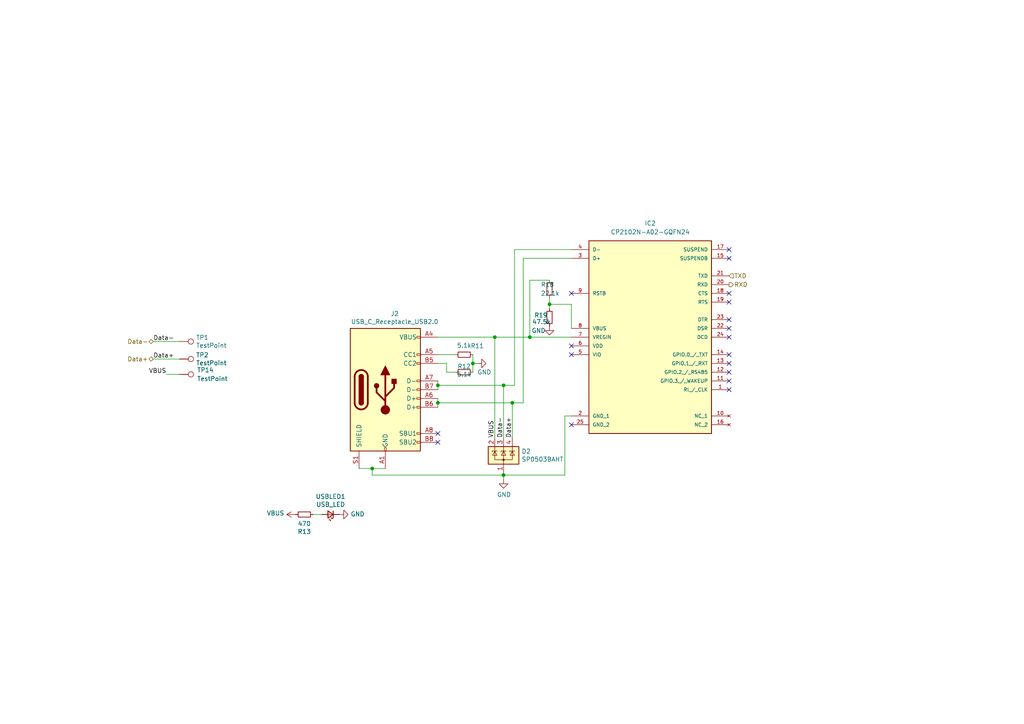
<source format=kicad_sch>
(kicad_sch (version 20230121) (generator eeschema)

  (uuid 922058ca-d09a-45fd-8394-05f3e2c1e03a)

  (paper "A4")

  (lib_symbols
    (symbol "Connector:TestPoint" (pin_numbers hide) (pin_names (offset 0.762) hide) (in_bom yes) (on_board yes)
      (property "Reference" "TP" (at 0 6.858 0)
        (effects (font (size 1.27 1.27)))
      )
      (property "Value" "TestPoint" (at 0 5.08 0)
        (effects (font (size 1.27 1.27)))
      )
      (property "Footprint" "" (at 5.08 0 0)
        (effects (font (size 1.27 1.27)) hide)
      )
      (property "Datasheet" "~" (at 5.08 0 0)
        (effects (font (size 1.27 1.27)) hide)
      )
      (property "ki_keywords" "test point tp" (at 0 0 0)
        (effects (font (size 1.27 1.27)) hide)
      )
      (property "ki_description" "test point" (at 0 0 0)
        (effects (font (size 1.27 1.27)) hide)
      )
      (property "ki_fp_filters" "Pin* Test*" (at 0 0 0)
        (effects (font (size 1.27 1.27)) hide)
      )
      (symbol "TestPoint_0_1"
        (circle (center 0 3.302) (radius 0.762)
          (stroke (width 0) (type default))
          (fill (type none))
        )
      )
      (symbol "TestPoint_1_1"
        (pin passive line (at 0 0 90) (length 2.54)
          (name "1" (effects (font (size 1.27 1.27))))
          (number "1" (effects (font (size 1.27 1.27))))
        )
      )
    )
    (symbol "Connector:USB_C_Receptacle_USB2.0" (pin_names (offset 1.016)) (in_bom yes) (on_board yes)
      (property "Reference" "J" (at -10.16 19.05 0)
        (effects (font (size 1.27 1.27)) (justify left))
      )
      (property "Value" "USB_C_Receptacle_USB2.0" (at 19.05 19.05 0)
        (effects (font (size 1.27 1.27)) (justify right))
      )
      (property "Footprint" "" (at 3.81 0 0)
        (effects (font (size 1.27 1.27)) hide)
      )
      (property "Datasheet" "https://www.usb.org/sites/default/files/documents/usb_type-c.zip" (at 3.81 0 0)
        (effects (font (size 1.27 1.27)) hide)
      )
      (property "ki_keywords" "usb universal serial bus type-C USB2.0" (at 0 0 0)
        (effects (font (size 1.27 1.27)) hide)
      )
      (property "ki_description" "USB 2.0-only Type-C Receptacle connector" (at 0 0 0)
        (effects (font (size 1.27 1.27)) hide)
      )
      (property "ki_fp_filters" "USB*C*Receptacle*" (at 0 0 0)
        (effects (font (size 1.27 1.27)) hide)
      )
      (symbol "USB_C_Receptacle_USB2.0_0_0"
        (rectangle (start -0.254 -17.78) (end 0.254 -16.764)
          (stroke (width 0) (type default))
          (fill (type none))
        )
        (rectangle (start 10.16 -14.986) (end 9.144 -15.494)
          (stroke (width 0) (type default))
          (fill (type none))
        )
        (rectangle (start 10.16 -12.446) (end 9.144 -12.954)
          (stroke (width 0) (type default))
          (fill (type none))
        )
        (rectangle (start 10.16 -4.826) (end 9.144 -5.334)
          (stroke (width 0) (type default))
          (fill (type none))
        )
        (rectangle (start 10.16 -2.286) (end 9.144 -2.794)
          (stroke (width 0) (type default))
          (fill (type none))
        )
        (rectangle (start 10.16 0.254) (end 9.144 -0.254)
          (stroke (width 0) (type default))
          (fill (type none))
        )
        (rectangle (start 10.16 2.794) (end 9.144 2.286)
          (stroke (width 0) (type default))
          (fill (type none))
        )
        (rectangle (start 10.16 7.874) (end 9.144 7.366)
          (stroke (width 0) (type default))
          (fill (type none))
        )
        (rectangle (start 10.16 10.414) (end 9.144 9.906)
          (stroke (width 0) (type default))
          (fill (type none))
        )
        (rectangle (start 10.16 15.494) (end 9.144 14.986)
          (stroke (width 0) (type default))
          (fill (type none))
        )
      )
      (symbol "USB_C_Receptacle_USB2.0_0_1"
        (rectangle (start -10.16 17.78) (end 10.16 -17.78)
          (stroke (width 0.254) (type default))
          (fill (type background))
        )
        (arc (start -8.89 -3.81) (mid -6.985 -5.7067) (end -5.08 -3.81)
          (stroke (width 0.508) (type default))
          (fill (type none))
        )
        (arc (start -7.62 -3.81) (mid -6.985 -4.4423) (end -6.35 -3.81)
          (stroke (width 0.254) (type default))
          (fill (type none))
        )
        (arc (start -7.62 -3.81) (mid -6.985 -4.4423) (end -6.35 -3.81)
          (stroke (width 0.254) (type default))
          (fill (type outline))
        )
        (rectangle (start -7.62 -3.81) (end -6.35 3.81)
          (stroke (width 0.254) (type default))
          (fill (type outline))
        )
        (arc (start -6.35 3.81) (mid -6.985 4.4423) (end -7.62 3.81)
          (stroke (width 0.254) (type default))
          (fill (type none))
        )
        (arc (start -6.35 3.81) (mid -6.985 4.4423) (end -7.62 3.81)
          (stroke (width 0.254) (type default))
          (fill (type outline))
        )
        (arc (start -5.08 3.81) (mid -6.985 5.7067) (end -8.89 3.81)
          (stroke (width 0.508) (type default))
          (fill (type none))
        )
        (circle (center -2.54 1.143) (radius 0.635)
          (stroke (width 0.254) (type default))
          (fill (type outline))
        )
        (circle (center 0 -5.842) (radius 1.27)
          (stroke (width 0) (type default))
          (fill (type outline))
        )
        (polyline
          (pts
            (xy -8.89 -3.81)
            (xy -8.89 3.81)
          )
          (stroke (width 0.508) (type default))
          (fill (type none))
        )
        (polyline
          (pts
            (xy -5.08 3.81)
            (xy -5.08 -3.81)
          )
          (stroke (width 0.508) (type default))
          (fill (type none))
        )
        (polyline
          (pts
            (xy 0 -5.842)
            (xy 0 4.318)
          )
          (stroke (width 0.508) (type default))
          (fill (type none))
        )
        (polyline
          (pts
            (xy 0 -3.302)
            (xy -2.54 -0.762)
            (xy -2.54 0.508)
          )
          (stroke (width 0.508) (type default))
          (fill (type none))
        )
        (polyline
          (pts
            (xy 0 -2.032)
            (xy 2.54 0.508)
            (xy 2.54 1.778)
          )
          (stroke (width 0.508) (type default))
          (fill (type none))
        )
        (polyline
          (pts
            (xy -1.27 4.318)
            (xy 0 6.858)
            (xy 1.27 4.318)
            (xy -1.27 4.318)
          )
          (stroke (width 0.254) (type default))
          (fill (type outline))
        )
        (rectangle (start 1.905 1.778) (end 3.175 3.048)
          (stroke (width 0.254) (type default))
          (fill (type outline))
        )
      )
      (symbol "USB_C_Receptacle_USB2.0_1_1"
        (pin passive line (at 0 -22.86 90) (length 5.08)
          (name "GND" (effects (font (size 1.27 1.27))))
          (number "A1" (effects (font (size 1.27 1.27))))
        )
        (pin passive line (at 0 -22.86 90) (length 5.08) hide
          (name "GND" (effects (font (size 1.27 1.27))))
          (number "A12" (effects (font (size 1.27 1.27))))
        )
        (pin passive line (at 15.24 15.24 180) (length 5.08)
          (name "VBUS" (effects (font (size 1.27 1.27))))
          (number "A4" (effects (font (size 1.27 1.27))))
        )
        (pin bidirectional line (at 15.24 10.16 180) (length 5.08)
          (name "CC1" (effects (font (size 1.27 1.27))))
          (number "A5" (effects (font (size 1.27 1.27))))
        )
        (pin bidirectional line (at 15.24 -2.54 180) (length 5.08)
          (name "D+" (effects (font (size 1.27 1.27))))
          (number "A6" (effects (font (size 1.27 1.27))))
        )
        (pin bidirectional line (at 15.24 2.54 180) (length 5.08)
          (name "D-" (effects (font (size 1.27 1.27))))
          (number "A7" (effects (font (size 1.27 1.27))))
        )
        (pin bidirectional line (at 15.24 -12.7 180) (length 5.08)
          (name "SBU1" (effects (font (size 1.27 1.27))))
          (number "A8" (effects (font (size 1.27 1.27))))
        )
        (pin passive line (at 15.24 15.24 180) (length 5.08) hide
          (name "VBUS" (effects (font (size 1.27 1.27))))
          (number "A9" (effects (font (size 1.27 1.27))))
        )
        (pin passive line (at 0 -22.86 90) (length 5.08) hide
          (name "GND" (effects (font (size 1.27 1.27))))
          (number "B1" (effects (font (size 1.27 1.27))))
        )
        (pin passive line (at 0 -22.86 90) (length 5.08) hide
          (name "GND" (effects (font (size 1.27 1.27))))
          (number "B12" (effects (font (size 1.27 1.27))))
        )
        (pin passive line (at 15.24 15.24 180) (length 5.08) hide
          (name "VBUS" (effects (font (size 1.27 1.27))))
          (number "B4" (effects (font (size 1.27 1.27))))
        )
        (pin bidirectional line (at 15.24 7.62 180) (length 5.08)
          (name "CC2" (effects (font (size 1.27 1.27))))
          (number "B5" (effects (font (size 1.27 1.27))))
        )
        (pin bidirectional line (at 15.24 -5.08 180) (length 5.08)
          (name "D+" (effects (font (size 1.27 1.27))))
          (number "B6" (effects (font (size 1.27 1.27))))
        )
        (pin bidirectional line (at 15.24 0 180) (length 5.08)
          (name "D-" (effects (font (size 1.27 1.27))))
          (number "B7" (effects (font (size 1.27 1.27))))
        )
        (pin bidirectional line (at 15.24 -15.24 180) (length 5.08)
          (name "SBU2" (effects (font (size 1.27 1.27))))
          (number "B8" (effects (font (size 1.27 1.27))))
        )
        (pin passive line (at 15.24 15.24 180) (length 5.08) hide
          (name "VBUS" (effects (font (size 1.27 1.27))))
          (number "B9" (effects (font (size 1.27 1.27))))
        )
        (pin passive line (at -7.62 -22.86 90) (length 5.08)
          (name "SHIELD" (effects (font (size 1.27 1.27))))
          (number "S1" (effects (font (size 1.27 1.27))))
        )
      )
    )
    (symbol "Device:LED_Small" (pin_numbers hide) (pin_names (offset 0.254) hide) (in_bom yes) (on_board yes)
      (property "Reference" "D" (at -1.27 3.175 0)
        (effects (font (size 1.27 1.27)) (justify left))
      )
      (property "Value" "LED_Small" (at -4.445 -2.54 0)
        (effects (font (size 1.27 1.27)) (justify left))
      )
      (property "Footprint" "" (at 0 0 90)
        (effects (font (size 1.27 1.27)) hide)
      )
      (property "Datasheet" "~" (at 0 0 90)
        (effects (font (size 1.27 1.27)) hide)
      )
      (property "ki_keywords" "LED diode light-emitting-diode" (at 0 0 0)
        (effects (font (size 1.27 1.27)) hide)
      )
      (property "ki_description" "Light emitting diode, small symbol" (at 0 0 0)
        (effects (font (size 1.27 1.27)) hide)
      )
      (property "ki_fp_filters" "LED* LED_SMD:* LED_THT:*" (at 0 0 0)
        (effects (font (size 1.27 1.27)) hide)
      )
      (symbol "LED_Small_0_1"
        (polyline
          (pts
            (xy -0.762 -1.016)
            (xy -0.762 1.016)
          )
          (stroke (width 0.254) (type default))
          (fill (type none))
        )
        (polyline
          (pts
            (xy 1.016 0)
            (xy -0.762 0)
          )
          (stroke (width 0) (type default))
          (fill (type none))
        )
        (polyline
          (pts
            (xy 0.762 -1.016)
            (xy -0.762 0)
            (xy 0.762 1.016)
            (xy 0.762 -1.016)
          )
          (stroke (width 0.254) (type default))
          (fill (type none))
        )
        (polyline
          (pts
            (xy 0 0.762)
            (xy -0.508 1.27)
            (xy -0.254 1.27)
            (xy -0.508 1.27)
            (xy -0.508 1.016)
          )
          (stroke (width 0) (type default))
          (fill (type none))
        )
        (polyline
          (pts
            (xy 0.508 1.27)
            (xy 0 1.778)
            (xy 0.254 1.778)
            (xy 0 1.778)
            (xy 0 1.524)
          )
          (stroke (width 0) (type default))
          (fill (type none))
        )
      )
      (symbol "LED_Small_1_1"
        (pin passive line (at -2.54 0 0) (length 1.778)
          (name "K" (effects (font (size 1.27 1.27))))
          (number "1" (effects (font (size 1.27 1.27))))
        )
        (pin passive line (at 2.54 0 180) (length 1.778)
          (name "A" (effects (font (size 1.27 1.27))))
          (number "2" (effects (font (size 1.27 1.27))))
        )
      )
    )
    (symbol "Device:R_Small" (pin_numbers hide) (pin_names (offset 0.254) hide) (in_bom yes) (on_board yes)
      (property "Reference" "R" (at 0.762 0.508 0)
        (effects (font (size 1.27 1.27)) (justify left))
      )
      (property "Value" "R_Small" (at 0.762 -1.016 0)
        (effects (font (size 1.27 1.27)) (justify left))
      )
      (property "Footprint" "" (at 0 0 0)
        (effects (font (size 1.27 1.27)) hide)
      )
      (property "Datasheet" "~" (at 0 0 0)
        (effects (font (size 1.27 1.27)) hide)
      )
      (property "ki_keywords" "R resistor" (at 0 0 0)
        (effects (font (size 1.27 1.27)) hide)
      )
      (property "ki_description" "Resistor, small symbol" (at 0 0 0)
        (effects (font (size 1.27 1.27)) hide)
      )
      (property "ki_fp_filters" "R_*" (at 0 0 0)
        (effects (font (size 1.27 1.27)) hide)
      )
      (symbol "R_Small_0_1"
        (rectangle (start -0.762 1.778) (end 0.762 -1.778)
          (stroke (width 0.2032) (type default))
          (fill (type none))
        )
      )
      (symbol "R_Small_1_1"
        (pin passive line (at 0 2.54 270) (length 0.762)
          (name "~" (effects (font (size 1.27 1.27))))
          (number "1" (effects (font (size 1.27 1.27))))
        )
        (pin passive line (at 0 -2.54 90) (length 0.762)
          (name "~" (effects (font (size 1.27 1.27))))
          (number "2" (effects (font (size 1.27 1.27))))
        )
      )
    )
    (symbol "Power_Protection:SP0503BAHT" (pin_names hide) (in_bom yes) (on_board yes)
      (property "Reference" "D" (at 5.715 2.54 0)
        (effects (font (size 1.27 1.27)) (justify left))
      )
      (property "Value" "SP0503BAHT" (at 5.715 0.635 0)
        (effects (font (size 1.27 1.27)) (justify left))
      )
      (property "Footprint" "Package_TO_SOT_SMD:SOT-143" (at 5.715 -1.27 0)
        (effects (font (size 1.27 1.27)) (justify left) hide)
      )
      (property "Datasheet" "http://www.littelfuse.com/~/media/files/littelfuse/technical%20resources/documents/data%20sheets/sp05xxba.pdf" (at 3.175 3.175 0)
        (effects (font (size 1.27 1.27)) hide)
      )
      (property "ki_keywords" "usb esd protection suppression transient" (at 0 0 0)
        (effects (font (size 1.27 1.27)) hide)
      )
      (property "ki_description" "TVS Diode Array, 5.5V Standoff, 3 Channels, SOT-143 package" (at 0 0 0)
        (effects (font (size 1.27 1.27)) hide)
      )
      (property "ki_fp_filters" "SOT?143*" (at 0 0 0)
        (effects (font (size 1.27 1.27)) hide)
      )
      (symbol "SP0503BAHT_0_0"
        (pin passive line (at 0 -5.08 90) (length 2.54)
          (name "A" (effects (font (size 1.27 1.27))))
          (number "1" (effects (font (size 1.27 1.27))))
        )
      )
      (symbol "SP0503BAHT_0_1"
        (rectangle (start -4.445 2.54) (end 4.445 -2.54)
          (stroke (width 0.254) (type default))
          (fill (type background))
        )
        (circle (center 0 -1.27) (radius 0.254)
          (stroke (width 0) (type default))
          (fill (type outline))
        )
        (polyline
          (pts
            (xy -2.54 2.54)
            (xy -2.54 1.27)
          )
          (stroke (width 0) (type default))
          (fill (type none))
        )
        (polyline
          (pts
            (xy 0 -1.27)
            (xy 0 -2.54)
          )
          (stroke (width 0) (type default))
          (fill (type none))
        )
        (polyline
          (pts
            (xy 0 -1.27)
            (xy 0 1.27)
          )
          (stroke (width 0) (type default))
          (fill (type none))
        )
        (polyline
          (pts
            (xy 0 2.54)
            (xy 0 1.27)
          )
          (stroke (width 0) (type default))
          (fill (type none))
        )
        (polyline
          (pts
            (xy 0.635 1.27)
            (xy 0.762 1.27)
          )
          (stroke (width 0) (type default))
          (fill (type none))
        )
        (polyline
          (pts
            (xy 2.54 2.54)
            (xy 2.54 1.27)
          )
          (stroke (width 0) (type default))
          (fill (type none))
        )
        (polyline
          (pts
            (xy 0.635 1.27)
            (xy -0.762 1.27)
            (xy -0.762 1.016)
          )
          (stroke (width 0) (type default))
          (fill (type none))
        )
        (polyline
          (pts
            (xy -3.302 1.016)
            (xy -3.302 1.27)
            (xy -1.905 1.27)
            (xy -1.778 1.27)
          )
          (stroke (width 0) (type default))
          (fill (type none))
        )
        (polyline
          (pts
            (xy -2.54 1.27)
            (xy -2.54 -1.27)
            (xy 2.54 -1.27)
            (xy 2.54 1.27)
          )
          (stroke (width 0) (type default))
          (fill (type none))
        )
        (polyline
          (pts
            (xy -2.54 1.27)
            (xy -1.905 0)
            (xy -3.175 0)
            (xy -2.54 1.27)
          )
          (stroke (width 0) (type default))
          (fill (type none))
        )
        (polyline
          (pts
            (xy 0.635 0)
            (xy -0.635 0)
            (xy 0 1.27)
            (xy 0.635 0)
          )
          (stroke (width 0) (type default))
          (fill (type none))
        )
        (polyline
          (pts
            (xy 1.778 1.016)
            (xy 1.778 1.27)
            (xy 3.175 1.27)
            (xy 3.302 1.27)
          )
          (stroke (width 0) (type default))
          (fill (type none))
        )
        (polyline
          (pts
            (xy 2.54 1.27)
            (xy 1.905 0)
            (xy 3.175 0)
            (xy 2.54 1.27)
          )
          (stroke (width 0) (type default))
          (fill (type none))
        )
      )
      (symbol "SP0503BAHT_1_1"
        (pin passive line (at -2.54 5.08 270) (length 2.54)
          (name "K" (effects (font (size 1.27 1.27))))
          (number "2" (effects (font (size 1.27 1.27))))
        )
        (pin passive line (at 0 5.08 270) (length 2.54)
          (name "K" (effects (font (size 1.27 1.27))))
          (number "3" (effects (font (size 1.27 1.27))))
        )
        (pin passive line (at 2.54 5.08 270) (length 2.54)
          (name "K" (effects (font (size 1.27 1.27))))
          (number "4" (effects (font (size 1.27 1.27))))
        )
      )
    )
    (symbol "iclr:CP2102N-A02-GQFN24" (pin_names (offset 1.016)) (in_bom yes) (on_board yes)
      (property "Reference" "IC" (at -16.51 30.48 0)
        (effects (font (size 1.27 1.27)) (justify left))
      )
      (property "Value" "CP2102N-A02-GQFN24" (at -16.51 27.94 0)
        (effects (font (size 1.27 1.27)) (justify left))
      )
      (property "Footprint" "QFN50P400X400X80-25N" (at 50.8 25.4 0)
        (effects (font (size 1.27 1.27)) (justify bottom) hide)
      )
      (property "Datasheet" "" (at 48.26 2.54 0)
        (effects (font (size 1.27 1.27)) hide)
      )
      (property "MANUFACTURER_PART_NUMBER" "CP2102N-A02-GQFN24" (at 48.26 15.24 0)
        (effects (font (size 1.27 1.27)) (justify bottom) hide)
      )
      (property "MANUFACTURER_NAME" "Silicon Labs" (at 46.99 0 0)
        (effects (font (size 1.27 1.27)) (justify bottom) hide)
      )
      (property "MOUSER_PART_NUMBER" "634-CP2102NA02GQFN24" (at 21.59 26.67 0)
        (effects (font (size 1.27 1.27)) (justify bottom) hide)
      )
      (property "ARROW_PART_NUMBER" "CP2102N-A02-GQFN24" (at 53.34 6.35 0)
        (effects (font (size 1.27 1.27)) (justify bottom) hide)
      )
      (property "ARROW_PRICE-STOCK" "https://www.arrow.com/en/products/cp2102n-a02-gqfn24/silicon-labs" (at -6.35 34.29 0)
        (effects (font (size 1.27 1.27)) (justify bottom) hide)
      )
      (property "HEIGHT" "0.8mm" (at 48.26 2.54 0)
        (effects (font (size 1.27 1.27)) (justify bottom) hide)
      )
      (property "MOUSER_PRICE-STOCK" "https://www.mouser.co.uk/ProductDetail/Silicon-Labs/CP2102N-A02-GQFN24?qs=u16ybLDytRYKabtL%2FE7DZA%3D%3D" (at 1.27 39.37 0)
        (effects (font (size 1.27 1.27)) (justify bottom) hide)
      )
      (property "DESCRIPTION" "USB Interface IC USB to UART bridge - QFN24" (at 54.61 11.43 0)
        (effects (font (size 1.27 1.27)) (justify bottom) hide)
      )
      (symbol "CP2102N-A02-GQFN24_0_0"
        (rectangle (start -17.78 -30.48) (end 17.78 25.4)
          (stroke (width 0.254) (type default))
          (fill (type background))
        )
        (pin bidirectional line (at 22.86 -17.78 180) (length 5.08)
          (name "RI_/_CLK" (effects (font (size 1.016 1.016))))
          (number "1" (effects (font (size 1.016 1.016))))
        )
        (pin no_connect line (at 22.86 -25.4 180) (length 5.08)
          (name "NC_1" (effects (font (size 1.016 1.016))))
          (number "10" (effects (font (size 1.016 1.016))))
        )
        (pin bidirectional line (at 22.86 -15.24 180) (length 5.08)
          (name "GPIO.3_/_WAKEUP" (effects (font (size 1.016 1.016))))
          (number "11" (effects (font (size 1.016 1.016))))
        )
        (pin bidirectional line (at 22.86 -12.7 180) (length 5.08)
          (name "GPIO.2_/_RS485" (effects (font (size 1.016 1.016))))
          (number "12" (effects (font (size 1.016 1.016))))
        )
        (pin bidirectional line (at 22.86 -10.16 180) (length 5.08)
          (name "GPIO.1_/_RXT" (effects (font (size 1.016 1.016))))
          (number "13" (effects (font (size 1.016 1.016))))
        )
        (pin bidirectional line (at 22.86 -7.62 180) (length 5.08)
          (name "GPIO.0_/_TXT" (effects (font (size 1.016 1.016))))
          (number "14" (effects (font (size 1.016 1.016))))
        )
        (pin output line (at 22.86 20.32 180) (length 5.08)
          (name "SUSPENDB" (effects (font (size 1.016 1.016))))
          (number "15" (effects (font (size 1.016 1.016))))
        )
        (pin no_connect line (at 22.86 -27.94 180) (length 5.08)
          (name "NC_2" (effects (font (size 1.016 1.016))))
          (number "16" (effects (font (size 1.016 1.016))))
        )
        (pin output line (at 22.86 22.86 180) (length 5.08)
          (name "SUSPEND" (effects (font (size 1.016 1.016))))
          (number "17" (effects (font (size 1.016 1.016))))
        )
        (pin bidirectional line (at 22.86 10.16 180) (length 5.08)
          (name "CTS" (effects (font (size 1.016 1.016))))
          (number "18" (effects (font (size 1.016 1.016))))
        )
        (pin output line (at 22.86 7.62 180) (length 5.08)
          (name "RTS" (effects (font (size 1.016 1.016))))
          (number "19" (effects (font (size 1.016 1.016))))
        )
        (pin power_in line (at -22.86 -25.4 0) (length 5.08)
          (name "GND_1" (effects (font (size 1.016 1.016))))
          (number "2" (effects (font (size 1.016 1.016))))
        )
        (pin input line (at 22.86 12.7 180) (length 5.08)
          (name "RXD" (effects (font (size 1.016 1.016))))
          (number "20" (effects (font (size 1.016 1.016))))
        )
        (pin output line (at 22.86 15.24 180) (length 5.08)
          (name "TXD" (effects (font (size 1.016 1.016))))
          (number "21" (effects (font (size 1.016 1.016))))
        )
        (pin bidirectional line (at 22.86 0 180) (length 5.08)
          (name "DSR" (effects (font (size 1.016 1.016))))
          (number "22" (effects (font (size 1.016 1.016))))
        )
        (pin bidirectional line (at 22.86 2.54 180) (length 5.08)
          (name "DTR" (effects (font (size 1.016 1.016))))
          (number "23" (effects (font (size 1.016 1.016))))
        )
        (pin bidirectional line (at 22.86 -2.54 180) (length 5.08)
          (name "DCD" (effects (font (size 1.016 1.016))))
          (number "24" (effects (font (size 1.016 1.016))))
        )
        (pin power_in line (at -22.86 -27.94 0) (length 5.08)
          (name "GND_2" (effects (font (size 1.016 1.016))))
          (number "25" (effects (font (size 1.016 1.016))))
        )
        (pin bidirectional line (at -22.86 20.32 0) (length 5.08)
          (name "D+" (effects (font (size 1.016 1.016))))
          (number "3" (effects (font (size 1.016 1.016))))
        )
        (pin bidirectional line (at -22.86 22.86 0) (length 5.08)
          (name "D-" (effects (font (size 1.016 1.016))))
          (number "4" (effects (font (size 1.016 1.016))))
        )
        (pin power_in line (at -22.86 -7.62 0) (length 5.08)
          (name "VIO" (effects (font (size 1.016 1.016))))
          (number "5" (effects (font (size 1.016 1.016))))
        )
        (pin power_in line (at -22.86 -5.08 0) (length 5.08)
          (name "VDD" (effects (font (size 1.016 1.016))))
          (number "6" (effects (font (size 1.016 1.016))))
        )
        (pin power_in line (at -22.86 -2.54 0) (length 5.08)
          (name "VREGIN" (effects (font (size 1.016 1.016))))
          (number "7" (effects (font (size 1.016 1.016))))
        )
        (pin power_in line (at -22.86 0 0) (length 5.08)
          (name "VBUS" (effects (font (size 1.016 1.016))))
          (number "8" (effects (font (size 1.016 1.016))))
        )
        (pin bidirectional line (at -22.86 10.16 0) (length 5.08)
          (name "RSTB" (effects (font (size 1.016 1.016))))
          (number "9" (effects (font (size 1.016 1.016))))
        )
      )
    )
    (symbol "power:GND" (power) (pin_names (offset 0)) (in_bom yes) (on_board yes)
      (property "Reference" "#PWR" (at 0 -6.35 0)
        (effects (font (size 1.27 1.27)) hide)
      )
      (property "Value" "GND" (at 0 -3.81 0)
        (effects (font (size 1.27 1.27)))
      )
      (property "Footprint" "" (at 0 0 0)
        (effects (font (size 1.27 1.27)) hide)
      )
      (property "Datasheet" "" (at 0 0 0)
        (effects (font (size 1.27 1.27)) hide)
      )
      (property "ki_keywords" "power-flag" (at 0 0 0)
        (effects (font (size 1.27 1.27)) hide)
      )
      (property "ki_description" "Power symbol creates a global label with name \"GND\" , ground" (at 0 0 0)
        (effects (font (size 1.27 1.27)) hide)
      )
      (symbol "GND_0_1"
        (polyline
          (pts
            (xy 0 0)
            (xy 0 -1.27)
            (xy 1.27 -1.27)
            (xy 0 -2.54)
            (xy -1.27 -1.27)
            (xy 0 -1.27)
          )
          (stroke (width 0) (type default))
          (fill (type none))
        )
      )
      (symbol "GND_1_1"
        (pin power_in line (at 0 0 270) (length 0) hide
          (name "GND" (effects (font (size 1.27 1.27))))
          (number "1" (effects (font (size 1.27 1.27))))
        )
      )
    )
    (symbol "power:VBUS" (power) (pin_names (offset 0)) (in_bom yes) (on_board yes)
      (property "Reference" "#PWR" (at 0 -3.81 0)
        (effects (font (size 1.27 1.27)) hide)
      )
      (property "Value" "VBUS" (at 0 3.81 0)
        (effects (font (size 1.27 1.27)))
      )
      (property "Footprint" "" (at 0 0 0)
        (effects (font (size 1.27 1.27)) hide)
      )
      (property "Datasheet" "" (at 0 0 0)
        (effects (font (size 1.27 1.27)) hide)
      )
      (property "ki_keywords" "power-flag" (at 0 0 0)
        (effects (font (size 1.27 1.27)) hide)
      )
      (property "ki_description" "Power symbol creates a global label with name \"VBUS\"" (at 0 0 0)
        (effects (font (size 1.27 1.27)) hide)
      )
      (symbol "VBUS_0_1"
        (polyline
          (pts
            (xy -0.762 1.27)
            (xy 0 2.54)
          )
          (stroke (width 0) (type default))
          (fill (type none))
        )
        (polyline
          (pts
            (xy 0 0)
            (xy 0 2.54)
          )
          (stroke (width 0) (type default))
          (fill (type none))
        )
        (polyline
          (pts
            (xy 0 2.54)
            (xy 0.762 1.27)
          )
          (stroke (width 0) (type default))
          (fill (type none))
        )
      )
      (symbol "VBUS_1_1"
        (pin power_in line (at 0 0 90) (length 0) hide
          (name "VBUS" (effects (font (size 1.27 1.27))))
          (number "1" (effects (font (size 1.27 1.27))))
        )
      )
    )
  )

  (junction (at 127 116.84) (diameter 0) (color 0 0 0 0)
    (uuid 03caada9-9e22-4e2d-9035-b15433dfbb17)
  )
  (junction (at 143.51 97.79) (diameter 0) (color 0 0 0 0)
    (uuid 03f9cfb7-35dc-4422-8f30-eb707be3ff7f)
  )
  (junction (at 137.16 105.41) (diameter 0) (color 0 0 0 0)
    (uuid 0f54db53-a272-4955-88fb-d7ab00657bb0)
  )
  (junction (at 159.385 88.265) (diameter 0) (color 0 0 0 0)
    (uuid 2bdec39b-3442-4fd7-a209-6604d507ca18)
  )
  (junction (at 153.67 97.79) (diameter 0) (color 0 0 0 0)
    (uuid 38b6cedf-0eed-4c7a-bd71-db2e849e7329)
  )
  (junction (at 146.05 111.76) (diameter 0) (color 0 0 0 0)
    (uuid 75ef2445-bd56-405d-b4b7-8007f1906b97)
  )
  (junction (at 127 111.76) (diameter 0) (color 0 0 0 0)
    (uuid 7e023245-2c2b-4e2b-bfb9-5d35176e88f2)
  )
  (junction (at 107.95 135.89) (diameter 0) (color 0 0 0 0)
    (uuid 93c04244-401b-4457-953e-71fe0f8b59f1)
  )
  (junction (at 146.05 137.795) (diameter 0) (color 0 0 0 0)
    (uuid ad3fcd0e-a99a-46bc-9c77-6e5cd0bd4ace)
  )
  (junction (at 148.59 116.84) (diameter 0) (color 0 0 0 0)
    (uuid f0294c4e-483c-4c91-abc9-fa931d05be2a)
  )

  (no_connect (at 211.455 92.71) (uuid 3b4e8f9a-a136-47c9-bf16-a2a23cdc6a32))
  (no_connect (at 165.735 100.33) (uuid 42325b36-575f-40c2-990f-ef97b872d639))
  (no_connect (at 127 128.27) (uuid 45008225-f50f-4d6b-b508-6730a9408caf))
  (no_connect (at 211.455 95.25) (uuid 46b10a52-afc2-4959-a5c8-decae6d933e9))
  (no_connect (at 165.735 123.19) (uuid 59572eb3-a4bf-4782-8ca4-26a1e95f38ad))
  (no_connect (at 211.455 107.95) (uuid 64555f45-639c-4fbd-a467-4f3ad732cbc9))
  (no_connect (at 165.735 85.09) (uuid 6a229ea3-dd79-49cc-8cd9-bd676b586232))
  (no_connect (at 211.455 74.93) (uuid 76a737d9-0ab5-4cb1-a091-7b535cae5d4e))
  (no_connect (at 165.735 102.87) (uuid 8d8421cd-6aaa-4f7f-b667-bdb50a37d497))
  (no_connect (at 127 125.73) (uuid a544eb0a-75db-4baf-bf54-9ca21744343b))
  (no_connect (at 211.455 113.03) (uuid a562bdc1-f5b6-4374-94b0-7036bbcf0130))
  (no_connect (at 211.455 97.79) (uuid c94f1296-5099-4ef6-9cd2-477ceaf835b2))
  (no_connect (at 211.455 87.63) (uuid d85417f0-c973-473f-b559-7e7d7f87ab82))
  (no_connect (at 211.455 102.87) (uuid db00d156-2b14-4cbd-946f-ba15fc5cb7bd))
  (no_connect (at 211.455 105.41) (uuid df0d4b88-3bde-4849-82a9-0bc52a68d55c))
  (no_connect (at 211.455 85.09) (uuid df1f5401-67b4-4910-973e-dfc05e2c1cf9))
  (no_connect (at 211.455 72.39) (uuid e9053f97-6dd4-42d5-a743-e6a4d68fcb5e))
  (no_connect (at 211.455 110.49) (uuid f7c9f352-afe8-4ede-b6ec-b6295df115a2))

  (wire (pts (xy 127 105.41) (xy 129.54 105.41))
    (stroke (width 0) (type default))
    (uuid 003c2200-0632-4808-a662-8ddd5d30c768)
  )
  (wire (pts (xy 48.26 108.585) (xy 52.07 108.585))
    (stroke (width 0) (type default))
    (uuid 004c170c-99da-4faa-8ab5-a83ebebf6400)
  )
  (wire (pts (xy 159.385 88.265) (xy 165.735 88.265))
    (stroke (width 0) (type default))
    (uuid 00c42906-5bda-45d6-b90d-64b39131eba7)
  )
  (wire (pts (xy 44.45 104.14) (xy 52.07 104.14))
    (stroke (width 0) (type default))
    (uuid 0e8f7fc0-2ef2-4b90-9c15-8a3a601ee459)
  )
  (wire (pts (xy 127 116.84) (xy 127 118.11))
    (stroke (width 0) (type default))
    (uuid 1f3003e6-dce5-420f-906b-3f1e92b67249)
  )
  (wire (pts (xy 127 97.79) (xy 143.51 97.79))
    (stroke (width 0) (type default))
    (uuid 1fa630a4-aded-4f55-afcc-2d71b2661580)
  )
  (wire (pts (xy 129.54 105.41) (xy 129.54 107.95))
    (stroke (width 0) (type default))
    (uuid 240e07e1-770b-4b27-894f-29fd601c924d)
  )
  (wire (pts (xy 93.345 149.225) (xy 90.805 149.225))
    (stroke (width 0) (type default))
    (uuid 2e842263-c0ba-46fd-a760-6624d4c78278)
  )
  (wire (pts (xy 165.735 88.265) (xy 165.735 95.25))
    (stroke (width 0) (type default))
    (uuid 34a696c5-6e3e-4fad-9624-2caf2bd56d4b)
  )
  (wire (pts (xy 127 111.76) (xy 127 110.49))
    (stroke (width 0) (type default))
    (uuid 40165eda-4ba6-4565-9bb4-b9df6dbb08da)
  )
  (wire (pts (xy 153.67 97.79) (xy 165.735 97.79))
    (stroke (width 0) (type default))
    (uuid 4ada4cf7-e47b-4358-be8e-f5a6dbff70e5)
  )
  (wire (pts (xy 146.05 137.795) (xy 146.05 137.16))
    (stroke (width 0) (type default))
    (uuid 4df86f07-08e1-4db9-9519-698bf612b60f)
  )
  (wire (pts (xy 107.95 137.795) (xy 146.05 137.795))
    (stroke (width 0) (type default))
    (uuid 53a47638-5aeb-4ad7-b315-32c0e3449a19)
  )
  (wire (pts (xy 151.765 116.84) (xy 151.765 74.93))
    (stroke (width 0) (type default))
    (uuid 556d9a55-99c3-4d06-99ac-8f2fb1d44ac2)
  )
  (wire (pts (xy 107.95 135.89) (xy 107.95 137.795))
    (stroke (width 0) (type default))
    (uuid 6e0d5a5f-a6c1-4672-96b4-3c16498d1de3)
  )
  (wire (pts (xy 137.16 102.87) (xy 137.16 105.41))
    (stroke (width 0) (type default))
    (uuid 80094b70-85ab-4ff6-934b-60d5ee65023a)
  )
  (wire (pts (xy 143.51 97.79) (xy 153.67 97.79))
    (stroke (width 0) (type default))
    (uuid 82b81aa1-91c9-4a96-8f58-ba67c14ec7cc)
  )
  (wire (pts (xy 146.05 111.76) (xy 149.225 111.76))
    (stroke (width 0) (type default))
    (uuid 8360cd24-59ce-46dc-97fd-ab795d303fbf)
  )
  (wire (pts (xy 163.83 120.65) (xy 165.735 120.65))
    (stroke (width 0) (type default))
    (uuid 83d0437b-ed0b-40cd-a79b-96cf9c4458ef)
  )
  (wire (pts (xy 153.67 81.28) (xy 159.385 81.28))
    (stroke (width 0) (type default))
    (uuid 8b544df0-3c90-46ed-8931-7d6ace614774)
  )
  (wire (pts (xy 127 111.76) (xy 146.05 111.76))
    (stroke (width 0) (type default))
    (uuid 8f1d747e-2ee9-421a-ae71-6a550eb93f12)
  )
  (wire (pts (xy 159.385 88.265) (xy 159.385 89.535))
    (stroke (width 0) (type default))
    (uuid 9875bcbe-8058-462e-970d-7d1ee6ef7e1b)
  )
  (wire (pts (xy 148.59 116.84) (xy 148.59 127))
    (stroke (width 0) (type default))
    (uuid 9dec0001-77cb-464d-877d-9c5bee8ece12)
  )
  (wire (pts (xy 146.05 139.065) (xy 146.05 137.795))
    (stroke (width 0) (type default))
    (uuid a271a9eb-fadc-4db1-b456-577c80706a61)
  )
  (wire (pts (xy 146.05 137.795) (xy 163.83 137.795))
    (stroke (width 0) (type default))
    (uuid ad930d49-d9f8-4e26-8ca7-b825e7bf570c)
  )
  (wire (pts (xy 107.95 135.89) (xy 111.76 135.89))
    (stroke (width 0) (type default))
    (uuid b4c1c6b1-0b83-4c94-9270-c5cd7b65fb6d)
  )
  (wire (pts (xy 127 102.87) (xy 132.08 102.87))
    (stroke (width 0) (type default))
    (uuid b88717bd-086f-46cd-9d3f-0396009d0996)
  )
  (wire (pts (xy 148.59 116.84) (xy 151.765 116.84))
    (stroke (width 0) (type default))
    (uuid bf33aa97-f1e1-4490-8df1-c6338b3a4a3d)
  )
  (wire (pts (xy 137.16 107.95) (xy 137.16 105.41))
    (stroke (width 0) (type default))
    (uuid bfc0aadc-38cf-466e-a642-68fdc3138c78)
  )
  (wire (pts (xy 104.14 135.89) (xy 107.95 135.89))
    (stroke (width 0) (type default))
    (uuid c0eca5ed-bc5e-4618-9bcd-80945bea41ed)
  )
  (wire (pts (xy 163.83 137.795) (xy 163.83 120.65))
    (stroke (width 0) (type default))
    (uuid cbc12a47-8237-407b-818b-7a90695842c2)
  )
  (wire (pts (xy 149.225 111.76) (xy 149.225 72.39))
    (stroke (width 0) (type default))
    (uuid d0d6f1e2-e701-4f30-971d-cc85024fd95c)
  )
  (wire (pts (xy 137.16 105.41) (xy 138.43 105.41))
    (stroke (width 0) (type default))
    (uuid d4a1d3c4-b315-4bec-9220-d12a9eab51e0)
  )
  (wire (pts (xy 127 115.57) (xy 127 116.84))
    (stroke (width 0) (type default))
    (uuid d7269d2a-b8c0-422d-8f25-f79ea31bf75e)
  )
  (wire (pts (xy 149.225 72.39) (xy 165.735 72.39))
    (stroke (width 0) (type default))
    (uuid ddac820d-4de6-42ee-b20f-79733a886ce2)
  )
  (wire (pts (xy 127 113.03) (xy 127 111.76))
    (stroke (width 0) (type default))
    (uuid df68c26a-03b5-4466-aecf-ba34b7dce6b7)
  )
  (wire (pts (xy 146.05 111.76) (xy 146.05 127))
    (stroke (width 0) (type default))
    (uuid e40d1425-97b8-44a2-aacd-9c134dc18fa9)
  )
  (wire (pts (xy 159.385 86.36) (xy 159.385 88.265))
    (stroke (width 0) (type default))
    (uuid e9cf3b2c-b3ab-4928-a7ab-8bcafe66a57c)
  )
  (wire (pts (xy 127 116.84) (xy 148.59 116.84))
    (stroke (width 0) (type default))
    (uuid f2394c3c-27e5-4256-a8c1-9783979429f7)
  )
  (wire (pts (xy 129.54 107.95) (xy 132.08 107.95))
    (stroke (width 0) (type default))
    (uuid f2c93195-af12-4d3e-acdf-bdd0ff675c24)
  )
  (wire (pts (xy 153.67 97.79) (xy 153.67 81.28))
    (stroke (width 0) (type default))
    (uuid f366347f-0c4b-432f-801b-a0d3fc673ce0)
  )
  (wire (pts (xy 151.765 74.93) (xy 165.735 74.93))
    (stroke (width 0) (type default))
    (uuid fc0bc329-621b-4055-b283-4ef568f44600)
  )
  (wire (pts (xy 143.51 97.79) (xy 143.51 127))
    (stroke (width 0) (type default))
    (uuid fc2ea696-cb44-46e5-83c6-067a59836320)
  )
  (wire (pts (xy 44.45 99.06) (xy 52.07 99.06))
    (stroke (width 0) (type default))
    (uuid feb26ecb-9193-46ea-a41b-d09305bf0a3e)
  )

  (label "Data+" (at 148.59 127 90) (fields_autoplaced)
    (effects (font (size 1.27 1.27)) (justify left bottom))
    (uuid 12422a89-3d0c-485c-9386-f77121fd68fd)
  )
  (label "VBUS" (at 143.51 127 90) (fields_autoplaced)
    (effects (font (size 1.27 1.27)) (justify left bottom))
    (uuid 1a6d2848-e78e-49fe-8978-e1890f07836f)
  )
  (label "Data+" (at 44.45 104.14 0) (fields_autoplaced)
    (effects (font (size 1.27 1.27)) (justify left bottom))
    (uuid 382ca670-6ae8-4de6-90f9-f241d1337171)
  )
  (label "Data-" (at 44.45 99.06 0) (fields_autoplaced)
    (effects (font (size 1.27 1.27)) (justify left bottom))
    (uuid 5cf2db29-f7ab-499a-9907-cdeba64bf0f3)
  )
  (label "VBUS" (at 48.26 108.585 180) (fields_autoplaced)
    (effects (font (size 1.27 1.27)) (justify right bottom))
    (uuid 72930a4e-aec4-487f-825e-0a694ecc9b36)
  )
  (label "Data-" (at 146.05 127 90) (fields_autoplaced)
    (effects (font (size 1.27 1.27)) (justify left bottom))
    (uuid 7d34f6b1-ab31-49be-b011-c67fe67a8a56)
  )

  (hierarchical_label "Data-" (shape bidirectional) (at 44.45 99.06 180) (fields_autoplaced)
    (effects (font (size 1.27 1.27)) (justify right))
    (uuid 5e57427e-6497-4e72-9cee-528ed39f40d0)
  )
  (hierarchical_label "RXD" (shape output) (at 211.455 82.55 0) (fields_autoplaced)
    (effects (font (size 1.27 1.27)) (justify left))
    (uuid a82553f3-903a-41c9-a52a-9df547a47f9f)
  )
  (hierarchical_label "TXD" (shape input) (at 211.455 80.01 0) (fields_autoplaced)
    (effects (font (size 1.27 1.27)) (justify left))
    (uuid b3fe9272-bd60-4ff3-a8e6-0de7b242303f)
  )
  (hierarchical_label "Data+" (shape bidirectional) (at 44.45 104.14 180) (fields_autoplaced)
    (effects (font (size 1.27 1.27)) (justify right))
    (uuid be93e0c8-bb26-4a74-81a2-7764bd37cad9)
  )

  (symbol (lib_id "power:GND") (at 138.43 105.41 90) (unit 1)
    (in_bom yes) (on_board yes) (dnp no)
    (uuid 00000000-0000-0000-0000-000061988bf8)
    (property "Reference" "#PWR031" (at 144.78 105.41 0)
      (effects (font (size 1.27 1.27)) hide)
    )
    (property "Value" "GND" (at 138.43 107.95 90)
      (effects (font (size 1.27 1.27)) (justify right))
    )
    (property "Footprint" "" (at 138.43 105.41 0)
      (effects (font (size 1.27 1.27)) hide)
    )
    (property "Datasheet" "" (at 138.43 105.41 0)
      (effects (font (size 1.27 1.27)) hide)
    )
    (pin "1" (uuid 6802d67a-ee6e-45f4-b9c7-e19435a0f2f8))
    (instances
      (project "Ricardo-BlackBoxNEW"
        (path "/7db990e4-92e1-4f99-b4d2-435bbec1ba83/00000000-0000-0000-0000-000061925999"
          (reference "#PWR031") (unit 1)
        )
      )
    )
  )

  (symbol (lib_id "Device:R_Small") (at 134.62 107.95 270) (unit 1)
    (in_bom yes) (on_board yes) (dnp no)
    (uuid 00000000-0000-0000-0000-000061988c01)
    (property "Reference" "R12" (at 134.62 106.2736 90)
      (effects (font (size 1.27 1.27)))
    )
    (property "Value" "5.1k" (at 134.62 108.585 90)
      (effects (font (size 1.27 1.27)))
    )
    (property "Footprint" "Resistor_SMD:R_0402_1005Metric" (at 134.62 107.95 0)
      (effects (font (size 1.27 1.27)) hide)
    )
    (property "Datasheet" "~" (at 134.62 107.95 0)
      (effects (font (size 1.27 1.27)) hide)
    )
    (pin "1" (uuid a195a069-0faa-4981-91ff-f988ecfdd77e))
    (pin "2" (uuid bff175d8-2e40-4e60-8883-cfa3ac53a5f9))
    (instances
      (project "Ricardo-BlackBoxNEW"
        (path "/7db990e4-92e1-4f99-b4d2-435bbec1ba83/00000000-0000-0000-0000-000061925999"
          (reference "R12") (unit 1)
        )
      )
    )
  )

  (symbol (lib_id "Device:R_Small") (at 134.62 102.87 90) (unit 1)
    (in_bom yes) (on_board yes) (dnp no)
    (uuid 00000000-0000-0000-0000-000061988c0e)
    (property "Reference" "R11" (at 138.43 100.33 90)
      (effects (font (size 1.27 1.27)))
    )
    (property "Value" "5.1k" (at 134.62 100.203 90)
      (effects (font (size 1.27 1.27)))
    )
    (property "Footprint" "Resistor_SMD:R_0402_1005Metric" (at 134.62 102.87 0)
      (effects (font (size 1.27 1.27)) hide)
    )
    (property "Datasheet" "~" (at 134.62 102.87 0)
      (effects (font (size 1.27 1.27)) hide)
    )
    (pin "1" (uuid bd5f556a-4125-4eb1-8fdd-d6ccdcc942e7))
    (pin "2" (uuid 03eee002-78af-410b-bdc3-31147203b477))
    (instances
      (project "Ricardo-BlackBoxNEW"
        (path "/7db990e4-92e1-4f99-b4d2-435bbec1ba83/00000000-0000-0000-0000-000061925999"
          (reference "R11") (unit 1)
        )
      )
    )
  )

  (symbol (lib_id "Connector:USB_C_Receptacle_USB2.0") (at 111.76 113.03 0) (unit 1)
    (in_bom yes) (on_board yes) (dnp no)
    (uuid 00000000-0000-0000-0000-000061988c49)
    (property "Reference" "J2" (at 114.4778 91.0082 0)
      (effects (font (size 1.27 1.27)))
    )
    (property "Value" "USB_C_Receptacle_USB2.0" (at 114.4778 93.3196 0)
      (effects (font (size 1.27 1.27)))
    )
    (property "Footprint" "Connector_USB:USB_C_Receptacle_Palconn_UTC16-G" (at 115.57 113.03 0)
      (effects (font (size 1.27 1.27)) hide)
    )
    (property "Datasheet" "https://www.usb.org/sites/default/files/documents/usb_type-c.zip" (at 115.57 113.03 0)
      (effects (font (size 1.27 1.27)) hide)
    )
    (pin "A1" (uuid 5da18ec0-5cb2-4256-a93a-97116d94ad32))
    (pin "A12" (uuid df436811-5448-4d74-95f6-1097f73f4bc0))
    (pin "A4" (uuid fef18650-dd11-4c05-9f58-3ffa4be45c86))
    (pin "A5" (uuid 8a70f7a2-410c-49ef-b503-8b1e1540fd24))
    (pin "A6" (uuid 6b38a2cb-3ee6-43f1-b68d-89417f55e93d))
    (pin "A7" (uuid 179297eb-b0e7-45fd-a287-ed66c1d54369))
    (pin "A8" (uuid 86d2ee54-3450-4762-9b5e-6f00874208ab))
    (pin "A9" (uuid 3ee40b9e-0c79-4da3-aac2-6772b878c7a1))
    (pin "B1" (uuid b17b9371-c308-4294-bc83-2336571086d8))
    (pin "B12" (uuid 05dfa5dc-1e0b-48cf-837a-6693f652862f))
    (pin "B4" (uuid 8ab80e85-892c-44f2-9372-db31da5605c7))
    (pin "B5" (uuid 4212f135-7601-4f04-8373-864367f18283))
    (pin "B6" (uuid 719eeed5-1e5a-4fe3-9e3b-cc0ac3ff134d))
    (pin "B7" (uuid e412952a-b3b1-4627-a2a7-eda652f1cf2f))
    (pin "B8" (uuid 101f6627-744c-4d06-a231-befd35fdcec4))
    (pin "B9" (uuid eb352eb8-26ef-4370-9852-1313b28e524f))
    (pin "S1" (uuid 7b836b8f-e2f7-4a02-aaea-5f5f23bb6c5e))
    (instances
      (project "Ricardo-BlackBoxNEW"
        (path "/7db990e4-92e1-4f99-b4d2-435bbec1ba83/00000000-0000-0000-0000-000061925999"
          (reference "J2") (unit 1)
        )
      )
    )
  )

  (symbol (lib_id "power:GND") (at 146.05 139.065 0) (unit 1)
    (in_bom yes) (on_board yes) (dnp no)
    (uuid 00000000-0000-0000-0000-000061988c86)
    (property "Reference" "#PWR032" (at 146.05 145.415 0)
      (effects (font (size 1.27 1.27)) hide)
    )
    (property "Value" "GND" (at 146.177 143.4592 0)
      (effects (font (size 1.27 1.27)))
    )
    (property "Footprint" "" (at 146.05 139.065 0)
      (effects (font (size 1.27 1.27)) hide)
    )
    (property "Datasheet" "" (at 146.05 139.065 0)
      (effects (font (size 1.27 1.27)) hide)
    )
    (pin "1" (uuid 5adfa564-011e-4a12-8859-deffc2a0e089))
    (instances
      (project "Ricardo-BlackBoxNEW"
        (path "/7db990e4-92e1-4f99-b4d2-435bbec1ba83/00000000-0000-0000-0000-000061925999"
          (reference "#PWR032") (unit 1)
        )
      )
    )
  )

  (symbol (lib_id "Power_Protection:SP0503BAHT") (at 146.05 132.08 0) (unit 1)
    (in_bom yes) (on_board yes) (dnp no)
    (uuid 00000000-0000-0000-0000-000061988c8c)
    (property "Reference" "D2" (at 151.257 130.9116 0)
      (effects (font (size 1.27 1.27)) (justify left))
    )
    (property "Value" "SP0503BAHT" (at 151.257 133.223 0)
      (effects (font (size 1.27 1.27)) (justify left))
    )
    (property "Footprint" "Package_TO_SOT_SMD:SOT-143" (at 151.765 133.35 0)
      (effects (font (size 1.27 1.27)) (justify left) hide)
    )
    (property "Datasheet" "http://www.littelfuse.com/~/media/files/littelfuse/technical%20resources/documents/data%20sheets/sp05xxba.pdf" (at 149.225 128.905 0)
      (effects (font (size 1.27 1.27)) hide)
    )
    (pin "1" (uuid b16ad922-69c7-4388-ba9b-9ae496370662))
    (pin "2" (uuid ea715aef-f1f5-4c34-b781-7c4bc7bf5f7a))
    (pin "3" (uuid 7af148fc-3a03-4951-af30-8468348243a1))
    (pin "4" (uuid e99c92ed-a3d1-4b5e-9be9-ad8c1c3e2068))
    (instances
      (project "Ricardo-BlackBoxNEW"
        (path "/7db990e4-92e1-4f99-b4d2-435bbec1ba83/00000000-0000-0000-0000-000061925999"
          (reference "D2") (unit 1)
        )
      )
    )
  )

  (symbol (lib_id "Connector:TestPoint") (at 52.07 99.06 270) (unit 1)
    (in_bom yes) (on_board yes) (dnp no)
    (uuid 00000000-0000-0000-0000-000061ab7cb8)
    (property "Reference" "TP1" (at 56.8452 97.8916 90)
      (effects (font (size 1.27 1.27)) (justify left))
    )
    (property "Value" "TestPoint" (at 56.8452 100.203 90)
      (effects (font (size 1.27 1.27)) (justify left))
    )
    (property "Footprint" "TestPoint:TestPoint_Pad_D1.0mm" (at 52.07 104.14 0)
      (effects (font (size 1.27 1.27)) hide)
    )
    (property "Datasheet" "~" (at 52.07 104.14 0)
      (effects (font (size 1.27 1.27)) hide)
    )
    (pin "1" (uuid 7d1b7618-f8de-4b3d-aa8b-046586bd73a9))
    (instances
      (project "Ricardo-BlackBoxNEW"
        (path "/7db990e4-92e1-4f99-b4d2-435bbec1ba83/00000000-0000-0000-0000-000061925999"
          (reference "TP1") (unit 1)
        )
      )
    )
  )

  (symbol (lib_id "Connector:TestPoint") (at 52.07 104.14 270) (unit 1)
    (in_bom yes) (on_board yes) (dnp no)
    (uuid 00000000-0000-0000-0000-000061ab87f3)
    (property "Reference" "TP2" (at 56.8452 102.9716 90)
      (effects (font (size 1.27 1.27)) (justify left))
    )
    (property "Value" "TestPoint" (at 56.8452 105.283 90)
      (effects (font (size 1.27 1.27)) (justify left))
    )
    (property "Footprint" "TestPoint:TestPoint_Pad_D1.0mm" (at 52.07 109.22 0)
      (effects (font (size 1.27 1.27)) hide)
    )
    (property "Datasheet" "~" (at 52.07 109.22 0)
      (effects (font (size 1.27 1.27)) hide)
    )
    (pin "1" (uuid 0822c170-c52f-4a24-9f2e-dc0082caf2a3))
    (instances
      (project "Ricardo-BlackBoxNEW"
        (path "/7db990e4-92e1-4f99-b4d2-435bbec1ba83/00000000-0000-0000-0000-000061925999"
          (reference "TP2") (unit 1)
        )
      )
    )
  )

  (symbol (lib_id "Device:LED_Small") (at 95.885 149.225 180) (unit 1)
    (in_bom yes) (on_board yes) (dnp no)
    (uuid 00000000-0000-0000-0000-000061b104ea)
    (property "Reference" "USBLED1" (at 95.885 144.018 0)
      (effects (font (size 1.27 1.27)))
    )
    (property "Value" "USB_LED" (at 95.885 146.3294 0)
      (effects (font (size 1.27 1.27)))
    )
    (property "Footprint" "Resistor_SMD:R_0402_1005Metric" (at 95.885 149.225 90)
      (effects (font (size 1.27 1.27)) hide)
    )
    (property "Datasheet" "~" (at 95.885 149.225 90)
      (effects (font (size 1.27 1.27)) hide)
    )
    (pin "1" (uuid 20ca0658-c4e7-42ce-914a-2110088b99b1))
    (pin "2" (uuid cfddbd95-bad4-4676-b489-0166e48bd76e))
    (instances
      (project "Ricardo-BlackBoxNEW"
        (path "/7db990e4-92e1-4f99-b4d2-435bbec1ba83/00000000-0000-0000-0000-000061925999"
          (reference "USBLED1") (unit 1)
        )
      )
    )
  )

  (symbol (lib_id "Device:R_Small") (at 88.265 149.225 90) (unit 1)
    (in_bom yes) (on_board yes) (dnp no)
    (uuid 00000000-0000-0000-0000-000061b104f0)
    (property "Reference" "R13" (at 88.265 154.2034 90)
      (effects (font (size 1.27 1.27)))
    )
    (property "Value" "470" (at 88.265 151.892 90)
      (effects (font (size 1.27 1.27)))
    )
    (property "Footprint" "Resistor_SMD:R_0402_1005Metric" (at 88.265 149.225 0)
      (effects (font (size 1.27 1.27)) hide)
    )
    (property "Datasheet" "~" (at 88.265 149.225 0)
      (effects (font (size 1.27 1.27)) hide)
    )
    (pin "1" (uuid 169e505d-4353-45cb-ac09-71767071f6da))
    (pin "2" (uuid 658fe9ab-a4e5-4dbe-b15c-2b71b08637ef))
    (instances
      (project "Ricardo-BlackBoxNEW"
        (path "/7db990e4-92e1-4f99-b4d2-435bbec1ba83/00000000-0000-0000-0000-000061925999"
          (reference "R13") (unit 1)
        )
      )
    )
  )

  (symbol (lib_id "power:GND") (at 98.425 149.225 90) (unit 1)
    (in_bom yes) (on_board yes) (dnp no)
    (uuid 00000000-0000-0000-0000-000061b11f2f)
    (property "Reference" "#PWR034" (at 104.775 149.225 0)
      (effects (font (size 1.27 1.27)) hide)
    )
    (property "Value" "GND" (at 101.6762 149.098 90)
      (effects (font (size 1.27 1.27)) (justify right))
    )
    (property "Footprint" "" (at 98.425 149.225 0)
      (effects (font (size 1.27 1.27)) hide)
    )
    (property "Datasheet" "" (at 98.425 149.225 0)
      (effects (font (size 1.27 1.27)) hide)
    )
    (pin "1" (uuid 7d7486ae-aeaa-4bbe-ab12-2142f8812c98))
    (instances
      (project "Ricardo-BlackBoxNEW"
        (path "/7db990e4-92e1-4f99-b4d2-435bbec1ba83/00000000-0000-0000-0000-000061925999"
          (reference "#PWR034") (unit 1)
        )
      )
    )
  )

  (symbol (lib_id "power:VBUS") (at 85.725 149.225 90) (unit 1)
    (in_bom yes) (on_board yes) (dnp no)
    (uuid 00000000-0000-0000-0000-000061b168a6)
    (property "Reference" "#PWR033" (at 89.535 149.225 0)
      (effects (font (size 1.27 1.27)) hide)
    )
    (property "Value" "VBUS" (at 82.4738 148.844 90)
      (effects (font (size 1.27 1.27)) (justify left))
    )
    (property "Footprint" "" (at 85.725 149.225 0)
      (effects (font (size 1.27 1.27)) hide)
    )
    (property "Datasheet" "" (at 85.725 149.225 0)
      (effects (font (size 1.27 1.27)) hide)
    )
    (pin "1" (uuid af236b67-2378-48e2-b559-027c97a398ae))
    (instances
      (project "Ricardo-BlackBoxNEW"
        (path "/7db990e4-92e1-4f99-b4d2-435bbec1ba83/00000000-0000-0000-0000-000061925999"
          (reference "#PWR033") (unit 1)
        )
      )
    )
  )

  (symbol (lib_id "power:GND") (at 159.385 94.615 0) (unit 1)
    (in_bom yes) (on_board yes) (dnp no)
    (uuid 47695ead-e35d-46b2-b2ed-dc3b6b63be5f)
    (property "Reference" "#PWR0103" (at 159.385 100.965 0)
      (effects (font (size 1.27 1.27)) hide)
    )
    (property "Value" "GND" (at 156.21 95.885 0)
      (effects (font (size 1.27 1.27)))
    )
    (property "Footprint" "" (at 159.385 94.615 0)
      (effects (font (size 1.27 1.27)) hide)
    )
    (property "Datasheet" "" (at 159.385 94.615 0)
      (effects (font (size 1.27 1.27)) hide)
    )
    (pin "1" (uuid 55c8fce9-5ec1-4748-8372-30fef848c95a))
    (instances
      (project "Ricardo-BlackBoxNEW"
        (path "/7db990e4-92e1-4f99-b4d2-435bbec1ba83/00000000-0000-0000-0000-000061925999"
          (reference "#PWR0103") (unit 1)
        )
      )
    )
  )

  (symbol (lib_id "iclr:CP2102N-A02-GQFN24") (at 188.595 95.25 0) (unit 1)
    (in_bom yes) (on_board yes) (dnp no) (fields_autoplaced)
    (uuid 6e11384b-2e7b-42ae-bc06-8a35cc984f5a)
    (property "Reference" "IC2" (at 188.595 64.77 0)
      (effects (font (size 1.27 1.27)))
    )
    (property "Value" "CP2102N-A02-GQFN24" (at 188.595 67.31 0)
      (effects (font (size 1.27 1.27)))
    )
    (property "Footprint" "iclr:QFN50P400X400X80-25N" (at 239.395 69.85 0)
      (effects (font (size 1.27 1.27)) (justify bottom) hide)
    )
    (property "Datasheet" "" (at 236.855 92.71 0)
      (effects (font (size 1.27 1.27)) hide)
    )
    (property "MANUFACTURER_PART_NUMBER" "CP2102N-A02-GQFN24" (at 236.855 80.01 0)
      (effects (font (size 1.27 1.27)) (justify bottom) hide)
    )
    (property "MANUFACTURER_NAME" "Silicon Labs" (at 235.585 95.25 0)
      (effects (font (size 1.27 1.27)) (justify bottom) hide)
    )
    (property "MOUSER_PART_NUMBER" "634-CP2102NA02GQFN24" (at 210.185 68.58 0)
      (effects (font (size 1.27 1.27)) (justify bottom) hide)
    )
    (property "ARROW_PART_NUMBER" "CP2102N-A02-GQFN24" (at 241.935 88.9 0)
      (effects (font (size 1.27 1.27)) (justify bottom) hide)
    )
    (property "ARROW_PRICE-STOCK" "https://www.arrow.com/en/products/cp2102n-a02-gqfn24/silicon-labs" (at 182.245 60.96 0)
      (effects (font (size 1.27 1.27)) (justify bottom) hide)
    )
    (property "HEIGHT" "0.8mm" (at 236.855 92.71 0)
      (effects (font (size 1.27 1.27)) (justify bottom) hide)
    )
    (property "MOUSER_PRICE-STOCK" "https://www.mouser.co.uk/ProductDetail/Silicon-Labs/CP2102N-A02-GQFN24?qs=u16ybLDytRYKabtL%2FE7DZA%3D%3D" (at 189.865 55.88 0)
      (effects (font (size 1.27 1.27)) (justify bottom) hide)
    )
    (property "DESCRIPTION" "USB Interface IC USB to UART bridge - QFN24" (at 243.205 83.82 0)
      (effects (font (size 1.27 1.27)) (justify bottom) hide)
    )
    (pin "1" (uuid c4f018d5-8a53-495d-9ff3-53f6b32603dd))
    (pin "10" (uuid a93fa02e-4ada-4a45-b75d-26842b299aa3))
    (pin "11" (uuid 388bc31d-b12b-4e11-b903-6e4ceae13eb0))
    (pin "12" (uuid aad1a845-e69d-4a42-bd8f-44805fa2e10e))
    (pin "13" (uuid 3b8430c4-110c-4c38-80a1-683db4df01ed))
    (pin "14" (uuid defac7d4-9096-48db-b245-6dd4b142c4a9))
    (pin "15" (uuid 4b9c520c-07b4-47ab-beda-c531565a66dd))
    (pin "16" (uuid ae9ed5cc-3cde-4d17-8726-19c69510d709))
    (pin "17" (uuid 2c545424-75d2-4b07-8969-876368399cc6))
    (pin "18" (uuid d9729974-eb66-4b0d-a8bb-be74b5274a56))
    (pin "19" (uuid 6baf9d9c-6e66-4593-ad9c-dbb85bbbee28))
    (pin "2" (uuid c37da81c-5867-462b-b9af-32e9c94873be))
    (pin "20" (uuid b6750d70-4b3f-412d-8402-f8b7c3fac1d6))
    (pin "21" (uuid eecad1e5-eafc-4b6d-9c10-5f57fc84c369))
    (pin "22" (uuid 5a8e9aeb-e8a7-4bc9-a147-5b78d26a94c6))
    (pin "23" (uuid 2d63f1d9-7148-456f-a55a-7654b9dabf43))
    (pin "24" (uuid 73b18469-07a4-4264-8eb1-4febfe631471))
    (pin "25" (uuid 923ce167-1f6c-4eba-932c-5ac69552e636))
    (pin "3" (uuid 7ea3d654-9b00-4dd8-bac0-d6250960b92e))
    (pin "4" (uuid e73f615f-c81b-4d85-8b5c-9d9a994750af))
    (pin "5" (uuid f8182353-64a5-4536-a110-6ea2c28b6052))
    (pin "6" (uuid dffc683e-df68-4a79-89c5-dbcd2d5bbbd6))
    (pin "7" (uuid 2bb3130b-c3ba-4f4e-8e3c-95516d9aef5d))
    (pin "8" (uuid 309259c6-ca32-4db9-96ff-172fcc6195a5))
    (pin "9" (uuid ffd72c0b-db48-4415-a387-f8eee38a8521))
    (instances
      (project "Ricardo-BlackBoxNEW"
        (path "/7db990e4-92e1-4f99-b4d2-435bbec1ba83/00000000-0000-0000-0000-000061925999"
          (reference "IC2") (unit 1)
        )
      )
    )
  )

  (symbol (lib_id "Connector:TestPoint") (at 52.07 108.585 270) (unit 1)
    (in_bom yes) (on_board yes) (dnp no) (fields_autoplaced)
    (uuid 964771f3-5ee0-4ddf-b637-73d59a7fdcdb)
    (property "Reference" "TP14" (at 57.15 107.3149 90)
      (effects (font (size 1.27 1.27)) (justify left))
    )
    (property "Value" "TestPoint" (at 57.15 109.8549 90)
      (effects (font (size 1.27 1.27)) (justify left))
    )
    (property "Footprint" "TestPoint:TestPoint_Pad_D1.0mm" (at 52.07 113.665 0)
      (effects (font (size 1.27 1.27)) hide)
    )
    (property "Datasheet" "~" (at 52.07 113.665 0)
      (effects (font (size 1.27 1.27)) hide)
    )
    (pin "1" (uuid 76e44a26-455d-44e3-9c75-c7e3ecde8510))
    (instances
      (project "Ricardo-BlackBoxNEW"
        (path "/7db990e4-92e1-4f99-b4d2-435bbec1ba83/00000000-0000-0000-0000-000061925999"
          (reference "TP14") (unit 1)
        )
      )
    )
  )

  (symbol (lib_id "Device:R_Small") (at 159.385 83.82 0) (unit 1)
    (in_bom yes) (on_board yes) (dnp no)
    (uuid b241bd5e-8955-40bc-bf3b-89ca798c8a77)
    (property "Reference" "R18" (at 156.845 82.55 0)
      (effects (font (size 1.27 1.27)) (justify left))
    )
    (property "Value" "22.1k" (at 156.845 85.09 0)
      (effects (font (size 1.27 1.27)) (justify left))
    )
    (property "Footprint" "Resistor_SMD:R_0402_1005Metric" (at 159.385 83.82 0)
      (effects (font (size 1.27 1.27)) hide)
    )
    (property "Datasheet" "~" (at 159.385 83.82 0)
      (effects (font (size 1.27 1.27)) hide)
    )
    (pin "1" (uuid 55b5fabe-3323-4fc8-9760-9117afe3a79a))
    (pin "2" (uuid 2d4e2d95-e34b-4b8c-8fa7-f50f0edee766))
    (instances
      (project "Ricardo-BlackBoxNEW"
        (path "/7db990e4-92e1-4f99-b4d2-435bbec1ba83/00000000-0000-0000-0000-000061925999"
          (reference "R18") (unit 1)
        )
      )
    )
  )

  (symbol (lib_id "Device:R_Small") (at 159.385 92.075 0) (unit 1)
    (in_bom yes) (on_board yes) (dnp no)
    (uuid d2353dae-0fd6-444d-bf95-981931f1141e)
    (property "Reference" "R19" (at 154.94 91.44 0)
      (effects (font (size 1.27 1.27)) (justify left))
    )
    (property "Value" "47.5k" (at 154.305 93.345 0)
      (effects (font (size 1.27 1.27)) (justify left))
    )
    (property "Footprint" "Resistor_SMD:R_0402_1005Metric" (at 159.385 92.075 0)
      (effects (font (size 1.27 1.27)) hide)
    )
    (property "Datasheet" "~" (at 159.385 92.075 0)
      (effects (font (size 1.27 1.27)) hide)
    )
    (pin "1" (uuid 5280c04b-352d-43af-b5ef-bd2ba3184830))
    (pin "2" (uuid e76e787f-267d-4545-9912-5d92f51ff114))
    (instances
      (project "Ricardo-BlackBoxNEW"
        (path "/7db990e4-92e1-4f99-b4d2-435bbec1ba83/00000000-0000-0000-0000-000061925999"
          (reference "R19") (unit 1)
        )
      )
    )
  )
)

</source>
